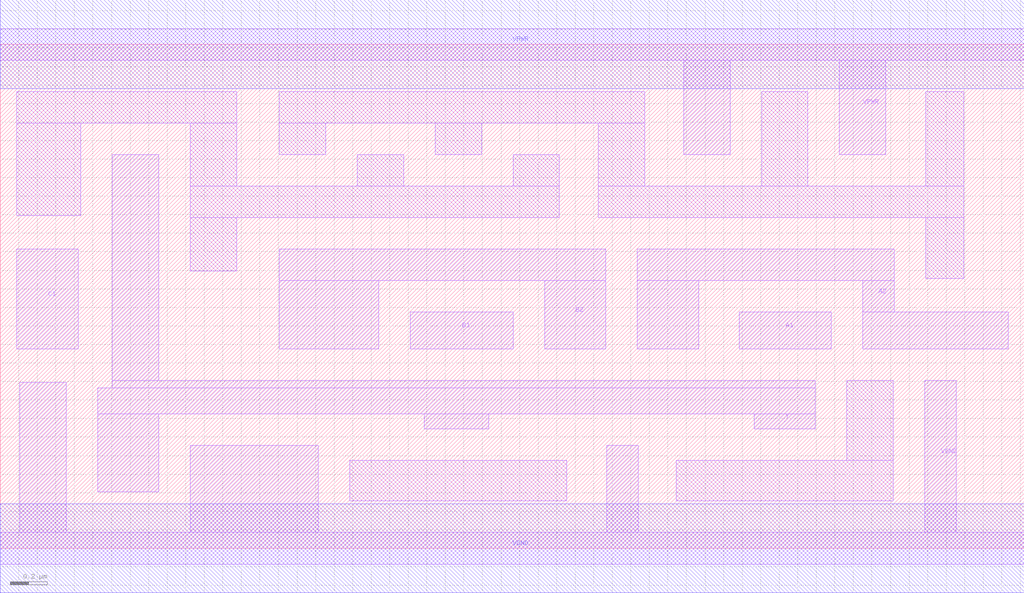
<source format=lef>
# Copyright 2020 The SkyWater PDK Authors
#
# Licensed under the Apache License, Version 2.0 (the "License");
# you may not use this file except in compliance with the License.
# You may obtain a copy of the License at
#
#     https://www.apache.org/licenses/LICENSE-2.0
#
# Unless required by applicable law or agreed to in writing, software
# distributed under the License is distributed on an "AS IS" BASIS,
# WITHOUT WARRANTIES OR CONDITIONS OF ANY KIND, either express or implied.
# See the License for the specific language governing permissions and
# limitations under the License.
#
# SPDX-License-Identifier: Apache-2.0

VERSION 5.5 ;
NAMESCASESENSITIVE ON ;
BUSBITCHARS "[]" ;
DIVIDERCHAR "/" ;
MACRO sky130_fd_sc_hd__a221oi_2
  CLASS CORE ;
  SOURCE USER ;
  ORIGIN  0.000000  0.000000 ;
  SIZE  5.520000 BY  2.720000 ;
  SYMMETRY X Y R90 ;
  SITE unithd ;
  PIN A1
    ANTENNAGATEAREA  0.495000 ;
    DIRECTION INPUT ;
    USE SIGNAL ;
    PORT
      LAYER li1 ;
        RECT 3.985000 1.075000 4.480000 1.275000 ;
    END
  END A1
  PIN A2
    ANTENNAGATEAREA  0.495000 ;
    DIRECTION INPUT ;
    USE SIGNAL ;
    PORT
      LAYER li1 ;
        RECT 3.435000 1.075000 3.765000 1.445000 ;
        RECT 3.435000 1.445000 4.820000 1.615000 ;
        RECT 4.650000 1.075000 5.435000 1.275000 ;
        RECT 4.650000 1.275000 4.820000 1.445000 ;
    END
  END A2
  PIN B1
    ANTENNAGATEAREA  0.495000 ;
    DIRECTION INPUT ;
    USE SIGNAL ;
    PORT
      LAYER li1 ;
        RECT 2.210000 1.075000 2.765000 1.275000 ;
    END
  END B1
  PIN B2
    ANTENNAGATEAREA  0.495000 ;
    DIRECTION INPUT ;
    USE SIGNAL ;
    PORT
      LAYER li1 ;
        RECT 1.505000 1.075000 2.040000 1.445000 ;
        RECT 1.505000 1.445000 3.265000 1.615000 ;
        RECT 2.935000 1.075000 3.265000 1.445000 ;
    END
  END B2
  PIN C1
    ANTENNAGATEAREA  0.495000 ;
    DIRECTION INPUT ;
    USE SIGNAL ;
    PORT
      LAYER li1 ;
        RECT 0.090000 1.075000 0.420000 1.615000 ;
    END
  END C1
  PIN Y
    ANTENNADIFFAREA  0.796500 ;
    DIRECTION OUTPUT ;
    USE SIGNAL ;
    PORT
      LAYER li1 ;
        RECT 0.525000 0.305000 0.855000 0.725000 ;
        RECT 0.525000 0.725000 4.395000 0.865000 ;
        RECT 0.605000 0.865000 4.395000 0.905000 ;
        RECT 0.605000 0.905000 0.855000 2.125000 ;
        RECT 2.285000 0.645000 2.635000 0.725000 ;
        RECT 4.065000 0.645000 4.395000 0.725000 ;
    END
  END Y
  PIN VGND
    DIRECTION INOUT ;
    SHAPE ABUTMENT ;
    USE GROUND ;
    PORT
      LAYER li1 ;
        RECT 0.000000 -0.085000 5.520000 0.085000 ;
        RECT 0.105000  0.085000 0.355000 0.895000 ;
        RECT 1.025000  0.085000 1.715000 0.555000 ;
        RECT 3.270000  0.085000 3.440000 0.555000 ;
        RECT 4.985000  0.085000 5.155000 0.905000 ;
    END
    PORT
      LAYER met1 ;
        RECT 0.000000 -0.240000 5.520000 0.240000 ;
    END
  END VGND
  PIN VPWR
    DIRECTION INOUT ;
    SHAPE ABUTMENT ;
    USE POWER ;
    PORT
      LAYER li1 ;
        RECT 0.000000 2.635000 5.520000 2.805000 ;
        RECT 3.685000 2.125000 3.935000 2.635000 ;
        RECT 4.525000 2.125000 4.775000 2.635000 ;
    END
    PORT
      LAYER met1 ;
        RECT 0.000000 2.480000 5.520000 2.960000 ;
    END
  END VPWR
  OBS
    LAYER li1 ;
      RECT 0.090000 1.795000 0.435000 2.295000 ;
      RECT 0.090000 2.295000 1.275000 2.465000 ;
      RECT 1.025000 1.495000 1.275000 1.785000 ;
      RECT 1.025000 1.785000 3.015000 1.955000 ;
      RECT 1.025000 1.955000 1.275000 2.295000 ;
      RECT 1.505000 2.125000 1.755000 2.295000 ;
      RECT 1.505000 2.295000 3.475000 2.465000 ;
      RECT 1.885000 0.255000 3.055000 0.475000 ;
      RECT 1.925000 1.955000 2.175000 2.125000 ;
      RECT 2.345000 2.125000 2.595000 2.295000 ;
      RECT 2.765000 1.955000 3.015000 2.125000 ;
      RECT 3.225000 1.785000 5.195000 1.955000 ;
      RECT 3.225000 1.955000 3.475000 2.295000 ;
      RECT 3.645000 0.255000 4.815000 0.475000 ;
      RECT 4.105000 1.955000 4.355000 2.465000 ;
      RECT 4.565000 0.475000 4.815000 0.905000 ;
      RECT 4.990000 1.455000 5.195000 1.785000 ;
      RECT 4.990000 1.955000 5.195000 2.465000 ;
  END
END sky130_fd_sc_hd__a221oi_2
END LIBRARY

</source>
